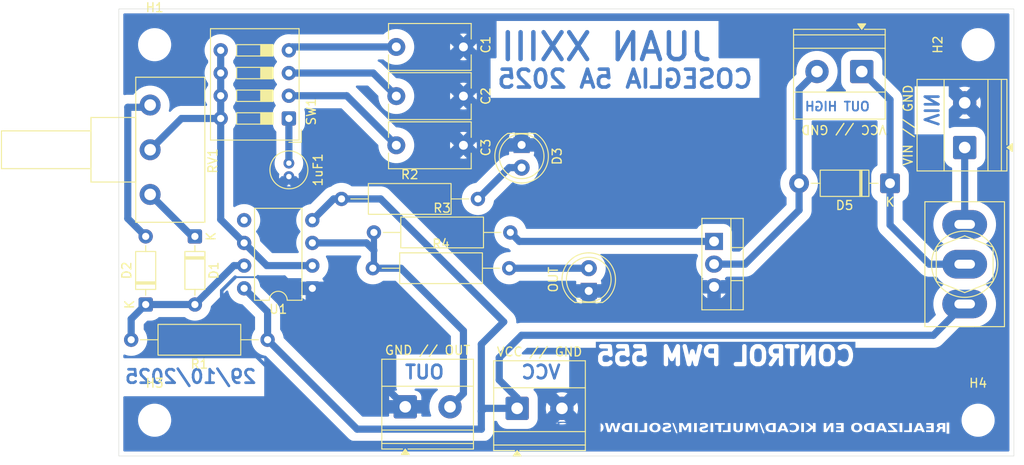
<source format=kicad_pcb>
(kicad_pcb (version 20241229) (generator "pcbnew") (generator_version "9.0")
  (layers (0 "F.Cu" signal) (2 "B.Cu" signal) (13 "F.Paste" user) (15 "B.Paste" user) (5 "F.SilkS" user "F.Silkscreen") (7 "B.SilkS" user "B.Silkscreen") (1 "F.Mask" user) (3 "B.Mask" user) (25 "Edge.Cuts" user))
  (net 0 "")
  (net 1 "Net-(1uF1-Pad1)")
  (net 2 "GND")
  (net 3 "Net-(C1-Pad1)")
  (net 4 "Net-(C2-Pad1)")
  (net 5 "Net-(C3-Pad1)")
  (net 6 "Net-(D1-A)")
  (net 7 "Net-(D1-K)")
  (net 8 "Net-(D2-A)")
  (net 9 "Net-(D3-A)")
  (net 10 "+5V")
  (net 11 "Net-(U1-THR)")
  (net 13 "Net-(D4-A)")
  (net 14 "Net-(D5-K)")
  (net 15 "Net-(D5-A)")
  (net 16 "Net-(J4-Pin_1)")
  (net 17 "Net-(Q1-B)")
  (net 18 "Net-(J3-Pin_2)")
  (footprint "TerminalBlock_Phoenix:TerminalBlock_Phoenix_MKDS-1,5-2_1x02_P5.00mm_Horizontal" (layer "F.Cu") (at 218 95.5 90)
    (property "Reference" "VIN // GND" (at 2.5 -6.32 90) (layer "F.SilkS"))
    (property "Value" "VIN")
    (fp_line (start 7.62 -5.32) (end 7.62 4.72) (stroke (width 0.12)) (layer "F.SilkS"))
    (fp_line (start -2.62 -5.32) (end 7.62 -5.32) (stroke (width 0.12)) (layer "F.SilkS"))
    (fp_line (start -2.62 -2.3) (end 7.62 -2.3) (stroke (width 0.12)) (layer "F.SilkS"))
    (fp_line (start -2.62 2.6) (end 7.62 2.6) (stroke (width 0.12)) (layer "F.SilkS"))
    (fp_line (start -2.62 4.1) (end 7.62 4.1) (stroke (width 0.12)) (layer "F.SilkS"))
    (fp_line (start 7.62 4.72) (end 0.3 4.72) (stroke (width 0.12)) (layer "F.SilkS"))
    (fp_line (start -0.3 4.72) (end -2.62 4.72) (stroke (width 0.12)) (layer "F.SilkS"))
    (fp_line (start -2.62 4.72) (end -2.62 -5.32) (stroke (width 0.12)) (layer "F.SilkS"))
    (fp_poly (pts (xy 0 4.72) (xy 0.44 5.33) (xy -0.44 5.33)) (stroke (width 0.12)) (fill yes) (layer "F.SilkS"))
    (pad "1" thru_hole roundrect (at 0 0 90) (size 2.6 2.6) (drill 1.3) (layers "*.Cu" "*.Mask") (roundrect_rratio 0.096154) (net 16 "Net-(J4-Pin_1)"))
    (pad "2" thru_hole circle (at 5 0 90) (size 2.6 2.6) (drill 1.3) (layers "*.Cu" "*.Mask") (net 2 "GND"))
  )
  (footprint "Capacitor_THT:C_Disc_D9.0mm_W5.0mm_P7.50mm" (layer "F.Cu") (at 154.5 95.25)
    (property "Reference" "C3" (at 10 0.25 90) (layer "F.SilkS"))
    (property "Value" "100n")
    (fp_line (start -0.87 -2.62) (end 8.37 -2.62) (stroke (width 0.12)) (layer "F.SilkS"))
    (fp_line (start -0.87 -0.884) (end -0.87 -2.62) (stroke (width 0.12)) (layer "F.SilkS"))
    (fp_line (start -0.87 2.62) (end -0.87 0.884) (stroke (width 0.12)) (layer "F.SilkS"))
    (fp_line (start 8.37 -2.62) (end 8.37 -0.884) (stroke (width 0.12)) (layer "F.SilkS"))
    (fp_line (start 8.37 0.884) (end 8.37 2.62) (stroke (width 0.12)) (layer "F.SilkS"))
    (fp_line (start 8.37 2.62) (end -0.87 2.62) (stroke (width 0.12)) (layer "F.SilkS"))
    (pad "1" thru_hole circle (at 0 0) (size 2 2) (drill 1) (layers "*.Cu" "*.Mask") (net 5 "Net-(C3-Pad1)"))
    (pad "2" thru_hole circle (at 7.5 0) (size 2 2) (drill 1) (layers "*.Cu" "*.Mask") (net 2 "GND"))
  )
  (footprint "TerminalBlock_Phoenix:TerminalBlock_Phoenix_MKDS-1,5-2_1x02_P5.00mm_Horizontal" (layer "F.Cu") (at 206.5 87 180)
    (property "Reference" "VCC // GND" (at 2 -6.5 180) (layer "F.SilkS"))
    (property "Value" "OUT DARLINGTONG")
    (fp_line (start 7.62 4.72) (end 0.3 4.72) (stroke (width 0.12)) (layer "F.SilkS"))
    (fp_line (start 7.62 -5.32) (end 7.62 4.72) (stroke (width 0.12)) (layer "F.SilkS"))
    (fp_line (start -0.3 4.72) (end -2.62 4.72) (stroke (width 0.12)) (layer "F.SilkS"))
    (fp_line (start -2.62 4.72) (end -2.62 -5.32) (stroke (width 0.12)) (layer "F.SilkS"))
    (fp_line (start -2.62 4.1) (end 7.62 4.1) (stroke (width 0.12)) (layer "F.SilkS"))
    (fp_line (start -2.62 2.6) (end 7.62 2.6) (stroke (width 0.12)) (layer "F.SilkS"))
    (fp_line (start -2.62 -2.3) (end 7.62 -2.3) (stroke (width 0.12)) (layer "F.SilkS"))
    (fp_line (start -2.62 -5.32) (end 7.62 -5.32) (stroke (width 0.12)) (layer "F.SilkS"))
    (fp_poly (pts (xy 0 4.72) (xy 0.44 5.33) (xy -0.44 5.33)) (stroke (width 0.12)) (fill yes) (layer "F.SilkS"))
    (pad "1" thru_hole roundrect (at 0 0 180) (size 2.6 2.6) (drill 1.3) (layers "*.Cu" "*.Mask") (roundrect_rratio 0.096154) (net 14 "Net-(D5-K)"))
    (pad "2" thru_hole circle (at 5 0 180) (size 2.6 2.6) (drill 1.3) (layers "*.Cu" "*.Mask") (net 15 "Net-(D5-A)"))
  )
  (footprint "Diode_THT:D_DO-35_SOD27_P7.62mm_Horizontal" (layer "F.Cu") (at 126.5 113.06 90)
    (property "Reference" "D2" (at 3.81 -2.12 90) (layer "F.SilkS"))
    (property "Value" "1N4148")
    (fp_line (start 2.53 -1.12) (end 2.53 1.12) (stroke (width 0.12)) (layer "F.SilkS"))
    (fp_line (start 2.41 -1.12) (end 2.41 1.12) (stroke (width 0.12)) (layer "F.SilkS"))
    (fp_line (start 2.29 -1.12) (end 2.29 1.12) (stroke (width 0.12)) (layer "F.SilkS"))
    (fp_line (start 6.58 0) (end 5.93 0) (stroke (width 0.12)) (layer "F.SilkS"))
    (fp_line (start 1.04 0) (end 1.69 0) (stroke (width 0.12)) (layer "F.SilkS"))
    (fp_rect (start 1.69 -1.12) (end 5.93 1.12) (stroke (width 0.12)) (fill no) (layer "F.SilkS"))
    (fp_text user "K" (at 0 -1.8 90) (layer "F.SilkS"))
    (pad "1" thru_hole roundrect (at 0 0 90) (size 1.6 1.6) (drill 0.8) (layers "*.Cu" "*.Mask") (roundrect_rratio 0.15625) (net 6 "Net-(D1-A)"))
    (pad "2" thru_hole circle (at 7.62 0 90) (size 1.6 1.6) (drill 0.8) (layers "*.Cu" "*.Mask") (net 8 "Net-(D2-A)"))
  )
  (footprint "MountingHole:MountingHole_3.2mm_M3" (layer "F.Cu") (at 127.5 126)
    (property "Reference" "H3" (at 0 -4.15 0) (layer "F.SilkS"))
    (property "Value" "MountingHole")
    (pad "" np_thru_hole circle (at 0 0) (size 3.2 3.2) (drill 3.2) (layers "*.Cu" "*.Mask"))
  )
  (footprint "Diode_THT:D_DO-35_SOD27_P7.62mm_Horizontal" (layer "F.Cu") (at 132 105.44 -90)
    (property "Reference" "D1" (at 3.81 -2.12 90) (layer "F.SilkS"))
    (property "Value" "1N4148")
    (fp_line (start 1.04 0) (end 1.69 0) (stroke (width 0.12)) (layer "F.SilkS"))
    (fp_line (start 6.58 0) (end 5.93 0) (stroke (width 0.12)) (layer "F.SilkS"))
    (fp_line (start 2.29 -1.12) (end 2.29 1.12) (stroke (width 0.12)) (layer "F.SilkS"))
    (fp_line (start 2.41 -1.12) (end 2.41 1.12) (stroke (width 0.12)) (layer "F.SilkS"))
    (fp_line (start 2.53 -1.12) (end 2.53 1.12) (stroke (width 0.12)) (layer "F.SilkS"))
    (fp_rect (start 1.69 -1.12) (end 5.93 1.12) (stroke (width 0.12)) (fill no) (layer "F.SilkS"))
    (fp_text user "K" (at 0 -1.8 90) (layer "F.SilkS"))
    (pad "1" thru_hole roundrect (at 0 0 270) (size 1.6 1.6) (drill 0.8) (layers "*.Cu" "*.Mask") (roundrect_rratio 0.15625) (net 7 "Net-(D1-K)"))
    (pad "2" thru_hole circle (at 7.62 0 270) (size 1.6 1.6) (drill 0.8) (layers "*.Cu" "*.Mask") (net 6 "Net-(D1-A)"))
  )
  (footprint "MountingHole:MountingHole_3.2mm_M3" (layer "F.Cu") (at 219.5 126)
    (property "Reference" "H4" (at 0 -4.15 0) (layer "F.SilkS"))
    (property "Value" "MountingHole")
    (pad "" np_thru_hole circle (at 0 0) (size 3.2 3.2) (drill 3.2) (layers "*.Cu" "*.Mask"))
  )
  (footprint "Button_Switch_THT:SW_Toggle_Blue_wSlots" (layer "F.Cu") (at 218 108.55 90)
    (property "Reference" "SW2" (hide yes))
    (property "Value" "SW_SPDT")
    (fp_line (start 6.985 -4.445) (end 6.985 4.445) (stroke (width 0.12)) (layer "F.SilkS"))
    (fp_line (start -6.985 -4.445) (end 6.985 -4.445) (stroke (width 0.12)) (layer "F.SilkS"))
    (fp_line (start 1.905 -3.175) (end 3.175 0) (stroke (width 0.12)) (layer "F.SilkS"))
    (fp_line (start -1.905 -3.175) (end 1.905 -3.175) (stroke (width 0.12)) (layer "F.SilkS"))
    (fp_line (start 3.175 0) (end 1.905 3.175) (stroke (width 0.12)) (layer "F.SilkS"))
    (fp_line (start -3.175 0) (end -1.905 -3.175) (stroke (width 0.12)) (layer "F.SilkS"))
    (fp_line (start 1.905 3.175) (end -1.905 3.175) (stroke (width 0.12)) (layer "F.SilkS"))
    (fp_line (start -1.905 3.175) (end -3.175 0) (stroke (width 0.12)) (layer "F.SilkS"))
    (fp_line (start 6.985 4.445) (end -6.985 4.445) (stroke (width 0.12)) (layer "F.SilkS"))
    (fp_line (start -6.985 4.445) (end -6.985 -4.445) (stroke (width 0.12)) (layer "F.SilkS"))
    (fp_circle (center 0 0) (end 1.905 3.175) (stroke (width 0.12)) (fill no) (layer "F.SilkS"))
    (pad "1" thru_hole oval (at -4.45 0 90) (size 3.2 5) (drill oval 1 2.3) (layers "*.Cu") (net 10 "+5V"))
    (pad "2" thru_hole oval (at 0 0 90) (size 3.2 5) (drill oval 1 2.3) (layers "*.Cu") (net 14 "Net-(D5-K)"))
    (pad "3" thru_hole oval (at 4.45 0 90) (size 3.2 5) (drill oval 1 2.3) (layers "*.Cu") (net 16 "Net-(J4-Pin_1)"))
  )
  (footprint "Resistor_THT:R_Axial_DIN0309_L9.0mm_D3.2mm_P15.24mm_Horizontal" (layer "F.Cu") (at 148.38 101.25)
    (property "Reference" "R2" (at 7.62 -2.72 0) (layer "F.SilkS"))
    (property "Value" "220")
    (fp_line (start 1.04 0) (end 3 0) (stroke (width 0.12)) (layer "F.SilkS"))
    (fp_line (start 14.2 0) (end 12.24 0) (stroke (width 0.12)) (layer "F.SilkS"))
    (fp_rect (start 3 -1.72) (end 12.24 1.72) (stroke (width 0.12)) (fill no) (layer "F.SilkS"))
    (pad "1" thru_hole circle (at 0 0) (size 1.6 1.6) (drill 0.8) (layers "*.Cu" "*.Mask") (net 10 "+5V"))
    (pad "2" thru_hole circle (at 15.24 0) (size 1.6 1.6) (drill 0.8) (layers "*.Cu" "*.Mask") (net 9 "Net-(D3-A)"))
  )
  (footprint "MountingHole:MountingHole_3.2mm_M3" (layer "F.Cu") (at 219.5 84)
    (property "Reference" "H2" (at -4.5 0 90) (layer "F.SilkS"))
    (property "Value" "MountingHole")
    (pad "" np_thru_hole circle (at 0 0) (size 3.2 3.2) (drill 3.2) (layers "*.Cu" "*.Mask"))
  )
  (footprint "Button_Switch_THT:SW_DIP_SPSTx04_Slide_9.78x12.34mm_W7.62mm_P2.54mm" (layer "F.Cu") (at 142.5 92.25 180)
    (property "Reference" "SW1" (at -2.5 0.75 90) (layer "F.SilkS"))
    (property "Value" "SW_DIP_x04")
    (fp_line (start 8.76 -2.42) (end 8.76 10.04) (stroke (width 0.12)) (layer "F.SilkS"))
    (fp_line (start 3.133333 6.985) (end 3.133333 8.255) (stroke (width 0.12)) (layer "F.SilkS"))
    (fp_line (start 3.133333 4.445) (end 3.133333 5.715) (stroke (width 0.12)) (layer "F.SilkS"))
    (fp_line (start 3.133333 1.905) (end 3.133333 3.175) (stroke (width 0.12)) (layer "F.SilkS"))
    (fp_line (start 3.133333 -0.635) (end 3.133333 0.635) (stroke (width 0.12)) (layer "F.SilkS"))
    (fp_line (start -1.14 10.04) (end 8.76 10.04) (stroke (width 0.12)) (layer "F.SilkS"))
    (fp_line (start -1.14 -2.42) (end 8.76 -2.42) (stroke (width 0.12)) (layer "F.SilkS"))
    (fp_line (start -1.14 -2.42) (end -1.14 10.04) (stroke (width 0.12)) (layer "F.SilkS"))
    (fp_line (start -1.38 -2.66) (end 0.003 -2.66) (stroke (width 0.12)) (layer "F.SilkS"))
    (fp_line (start -1.38 -2.66) (end -1.38 -1.277) (stroke (width 0.12)) (layer "F.SilkS"))
    (fp_rect (start 1.78 6.985) (end 5.84 8.255) (stroke (width 0.12)) (fill no) (layer "F.SilkS"))
    (fp_rect (start 1.78 6.985) (end 3.133333 8.255) (stroke (width 0.12)) (fill yes) (layer "F.SilkS"))
    (fp_rect (start 1.78 4.445) (end 5.84 5.715) (stroke (width 0.12)) (fill no) (layer "F.SilkS"))
    (fp_rect (start 1.78 4.445) (end 3.133333 5.715) (stroke (width 0.12)) (fill yes) (layer "F.SilkS"))
    (fp_rect (start 1.78 1.905) (end 5.84 3.175) (stroke (width 0.12)) (fill no) (layer "F.SilkS"))
    (fp_rect (start 1.78 1.905) (end 3.133333 3.175) (stroke (width 0.12)) (fill yes) (layer "F.SilkS"))
    (fp_rect (start 1.78 -0.635) (end 5.84 0.635) (stroke (width 0.12)) (fill no) (layer "F.SilkS"))
    (fp_rect (start 1.78 -0.635) (end 3.133333 0.635) (stroke (width 0.12)) (fill yes) (layer "F.SilkS"))
    (pad "1" thru_hole roundrect (at 0 0 180) (size 1.6 1.6) (drill 0.8) (layers "*.Cu" "*.Mask") (roundrect_rratio 0.15625) (net 1 "Net-(1uF1-Pad1)"))
    (pad "2" thru_hole circle (at 0 2.54 180) (size 1.6 1.6) (drill 0.8) (layers "*.Cu" "*.Mask") (net 5 "Net-(C3-Pad1)"))
    (pad "3" thru_hole circle (at 0 5.08 180) (size 1.6 1.6) (drill 0.8) (layers "*.Cu" "*.Mask") (net 4 "Net-(C2-Pad1)"))
    (pad "4" thru_hole circle (at 0 7.62 180) (size 1.6 1.6) (drill 0.8) (layers "*.Cu" "*.Mask") (net 3 "Net-(C1-Pad1)"))
    (pad "5" thru_hole circle (at 7.62 7.62 180) (size 1.6 1.6) (drill 0.8) (layers "*.Cu" "*.Mask") (net 11 "Net-(U1-THR)"))
    (pad "6" thru_hole circle (at 7.62 5.08 180) (size 1.6 1.6) (drill 0.8) (layers "*.Cu" "*.Mask") (net 11 "Net-(U1-THR)"))
    (pad "7" thru_hole circle (at 7.62 2.54 180) (size 1.6 1.6) (drill 0.8) (layers "*.Cu" "*.Mask") (net 11 "Net-(U1-THR)"))
    (pad "8" thru_hole circle (at 7.62 0 180) (size 1.6 1.6) (drill 0.8) (layers "*.Cu" "*.Mask") (net 11 "Net-(U1-THR)"))
  )
  (footprint "Resistor_THT:R_Axial_DIN0309_L9.0mm_D3.2mm_P15.24mm_Horizontal" (layer "F.Cu") (at 140.12 117 180)
    (property "Reference" "R1" (at 7.62 -2.72 0) (layer "F.SilkS"))
    (property "Value" "1K")
    (fp_line (start 14.2 0) (end 12.24 0) (stroke (width 0.12)) (layer "F.SilkS"))
    (fp_line (start 1.04 0) (end 3 0) (stroke (width 0.12)) (layer "F.SilkS"))
    (fp_rect (start 3 -1.72) (end 12.24 1.72) (stroke (width 0.12)) (fill no) (layer "F.SilkS"))
    (pad "1" thru_hole circle (at 0 0 180) (size 1.6 1.6) (drill 0.8) (layers "*.Cu" "*.Mask") (net 10 "+5V"))
    (pad "2" thru_hole circle (at 15.24 0 180) (size 1.6 1.6) (drill 0.8) (layers "*.Cu" "*.Mask") (net 6 "Net-(D1-A)"))
  )
  (footprint "TerminalBlock_Phoenix:TerminalBlock_Phoenix_MKDS-1,5-2_1x02_P5.00mm_Horizontal" (layer "F.Cu") (at 155.5 124.5)
    (property "Reference" "GND // OUT" (at 2.5 -6.32 0) (layer "F.SilkS"))
    (property "Value" "OUT" (hide yes))
    (fp_line (start -2.62 -5.32) (end 7.62 -5.32) (stroke (width 0.12)) (layer "F.SilkS"))
    (fp_line (start -2.62 -2.3) (end 7.62 -2.3) (stroke (width 0.12)) (layer "F.SilkS"))
    (fp_line (start -2.62 2.6) (end 7.62 2.6) (stroke (width 0.12)) (layer "F.SilkS"))
    (fp_line (start -2.62 4.1) (end 7.62 4.1) (stroke (width 0.12)) (layer "F.SilkS"))
    (fp_line (start -2.62 4.72) (end -2.62 -5.32) (stroke (width 0.12)) (layer "F.SilkS"))
    (fp_line (start -0.3 4.72) (end -2.62 4.72) (stroke (width 0.12)) (layer "F.SilkS"))
    (fp_line (start 7.62 -5.32) (end 7.62 4.72) (stroke (width 0.12)) (layer "F.SilkS"))
    (fp_line (start 7.62 4.72) (end 0.3 4.72) (stroke (width 0.12)) (layer "F.SilkS"))
    (fp_poly (pts (xy 0 4.72) (xy 0.44 5.33) (xy -0.44 5.33)) (stroke (width 0.12)) (fill yes) (layer "F.SilkS"))
    (pad "1" thru_hole roundrect (at 0 0) (size 2.6 2.6) (drill 1.3) (layers "*.Cu" "*.Mask") (roundrect_rratio 0.096154) (net 2 "GND"))
    (pad "2" thru_hole circle (at 5 0) (size 2.6 2.6) (drill 1.3) (layers "*.Cu" "*.Mask") (net 18 "Net-(J3-Pin_2)"))
  )
  (footprint "Package_DIP:DIP-8_W7.62mm" (layer "F.Cu") (at 145.12 111.25 180)
    (property "Reference" "U1" (at 3.81 -2.33 0) (layer "F.SilkS"))
    (property "Value" "NE555P")
    (fp_line (start 6.46 8.95) (end 6.46 -1.33) (stroke (width 0.12)) (layer "F.SilkS"))
    (fp_line (start 6.46 -1.33) (end 4.81 -1.33) (stroke (width 0.12)) (layer "F.SilkS"))
    (fp_line (start 2.81 -1.33) (end 1.16 -1.33) (stroke (width 0.12)) (layer "F.SilkS"))
    (fp_line (start 1.16 8.95) (end 6.46 8.95) (stroke (width 0.12)) (layer "F.SilkS"))
    (fp_line (start 1.16 -1.33) (end 1.16 8.95) (stroke (width 0.12)) (layer "F.SilkS"))
    (fp_arc (start 4.81 -1.33) (mid 3.81 -0.33) (end 2.81 -1.33) (stroke (width 0.12)) (layer "F.SilkS"))
    (pad "1" thru_hole roundrect (at 0 0 180) (size 1.6 1.6) (drill 0.8) (layers "*.Cu" "*.Mask") (roundrect_rratio 0.15625) (net 2 "GND"))
    (pad "2" thru_hole circle (at 0 2.54 180) (size 1.6 1.6) (drill 0.8) (layers "*.Cu" "*.Mask") (net 11 "Net-(U1-THR)"))
    (pad "3" thru_hole circle (at 0 5.08 180) (size 1.6 1.6) (drill 0.8) (layers "*.Cu" "*.Mask") (net 18 "Net-(J3-Pin_2)"))
    (pad "4" thru_hole circle (at 0 7.62 180) (size 1.6 1.6) (drill 0.8) (layers "*.Cu" "*.Mask") (net 10 "+5V"))
    (pad "5" thru_hole circle (at 7.62 7.62 180) (size 1.6 1.6) (drill 0.8) (layers "*.Cu" "*.Mask"))
    (pad "6" thru_hole circle (at 7.62 5.08 180) (size 1.6 1.6) (drill 0.8) (layers "*.Cu" "*.Mask") (net 11 "Net-(U1-THR)"))
    (pad "7" thru_hole circle (at 7.62 2.54 180) (size 1.6 1.6) (drill 0.8) (layers "*.Cu" "*.Mask") (net 6 "Net-(D1-A)"))
    (pad "8" thru_hole circle (at 7.62 0 180) (size 1.6 1.6) (drill 0.8) (layers "*.Cu" "*.Mask") (net 10 "+5V"))
  )
  (footprint "Capacitor_THT:C_Disc_D9.0mm_W5.0mm_P7.50mm" (layer "F.Cu") (at 154.5 89.75)
    (property "Reference" "C2" (at 10 0 90) (layer "F.SilkS"))
    (property "Value" "10nF")
    (fp_line (start -0.87 -2.62) (end 8.37 -2.62) (stroke (width 0.12)) (layer "F.SilkS"))
    (fp_line (start -0.87 -0.884) (end -0.87 -2.62) (stroke (width 0.12)) (layer "F.SilkS"))
    (fp_line (start -0.87 2.62) (end -0.87 0.884) (stroke (width 0.12)) (layer "F.SilkS"))
    (fp_line (start 8.37 -2.62) (end 8.37 -0.884) (stroke (width 0.12)) (layer "F.SilkS"))
    (fp_line (start 8.37 0.884) (end 8.37 2.62) (stroke (width 0.12)) (layer "F.SilkS"))
    (fp_line (start 8.37 2.62) (end -0.87 2.62) (stroke (width 0.12)) (layer "F.SilkS"))
    (pad "1" thru_hole circle (at 0 0) (size 2 2) (drill 1) (layers "*.Cu" "*.Mask") (net 4 "Net-(C2-Pad1)"))
    (pad "2" thru_hole circle (at 7.5 0) (size 2 2) (drill 1) (layers "*.Cu" "*.Mask") (net 2 "GND"))
  )
  (footprint "MountingHole:MountingHole_3.2mm_M3" (layer "F.Cu") (at 127.5 84)
    (property "Reference" "H1" (at 0 -4.15 0) (layer "F.SilkS"))
    (property "Value" "MountingHole")
    (pad "" np_thru_hole circle (at 0 0) (size 3.2 3.2) (drill 3.2) (layers "*.Cu" "*.Mask"))
  )
  (footprint "Resistor_THT:R_Axial_DIN0309_L9.0mm_D3.2mm_P15.24mm_Horizontal" (layer "F.Cu") (at 151.88 109)
    (property "Reference" "R4" (at 7.62 -2.72 0) (layer "F.SilkS"))
    (property "Value" "220")
    (fp_line (start 1.04 0) (end 3 0) (stroke (width 0.12)) (layer "F.SilkS"))
    (fp_line (start 14.2 0) (end 12.24 0) (stroke (width 0.12)) (layer "F.SilkS"))
    (fp_rect (start 3 -1.72) (end 12.24 1.72) (stroke (width 0.12)) (fill no) (layer "F.SilkS"))
    (pad "1" thru_hole circle (at 0 0) (size 1.6 1.6) (drill 0.8) (layers "*.Cu" "*.Mask") (net 18 "Net-(J3-Pin_2)"))
    (pad "2" thru_hole circle (at 15.24 0) (size 1.6 1.6) (drill 0.8) (layers "*.Cu" "*.Mask") (net 13 "Net-(D4-A)"))
  )
  (footprint "Capacitor_THT:C_Radial_D4.0mm_H7.0mm_P1.50mm" (layer "F.Cu") (at 142.5 97.25 -90)
    (property "Reference" "1uF1" (at 0.75 -3.25 90) (layer "F.SilkS"))
    (property "Value" "C4")
    (fp_circle (center 0.75 0) (end 2.87 0) (stroke (width 0.12)) (fill no) (layer "F.SilkS"))
    (pad "1" thru_hole circle (at 0 0 270) (size 1.2 1.2) (drill 0.6) (layers "*.Cu" "*.Mask") (net 1 "Net-(1uF1-Pad1)"))
    (pad "2" thru_hole circle (at 1.5 0 270) (size 1.2 1.2) (drill 0.6) (layers "*.Cu" "*.Mask") (net 2 "GND"))
  )
  (footprint "Package_TO_SOT_THT:TO-220-3_Vertical" (layer "F.Cu") (at 190 106 -90)
    (property "Reference" "Q1" (hide yes))
    (property "Value" "TIP122")
    (fp_line (start -2.57 1.36) (end -2.57 -3.26) (stroke (width 0.12)) (layer "F.SilkS"))
    (fp_line (start 7.65 1.36) (end -2.57 1.36) (stroke (width 0.12)) (layer "F.SilkS"))
    (fp_line (start -2.57 -1.88) (end 7.65 -1.88) (stroke (width 0.12)) (layer "F.SilkS"))
    (fp_line (start -2.57 -3.26) (end 7.65 -3.26) (stroke (width 0.12)) (layer "F.SilkS"))
    (fp_line (start 0.69 -3.26) (end 0.69 -1.88) (stroke (width 0.12)) (layer "F.SilkS"))
    (fp_line (start 4.39 -3.26) (end 4.39 -1.88) (stroke (width 0.12)) (layer "F.SilkS"))
    (fp_line (start 7.65 -3.26) (end 7.65 1.36) (stroke (width 0.12)) (layer "F.SilkS"))
    (pad "1" thru_hole rect (at 0 0 270) (size 1.905 2) (drill 1.1) (layers "*.Cu" "*.Mask") (net 17 "Net-(Q1-B)"))
    (pad "2" thru_hole oval (at 2.54 0 270) (size 1.905 2) (drill 1.1) (layers "*.Cu" "*.Mask") (net 15 "Net-(D5-A)"))
    (pad "3" thru_hole oval (at 5.08 0 270) (size 1.905 2) (drill 1.1) (layers "*.Cu" "*.Mask") (net 2 "GND"))
  )
  (footprint "Potentiometer_THT:Potentiometer_Piher_T-16H_Single_Horizontal" (layer "F.Cu") (at 127 90.75 180)
    (property "Reference" "RV1" (at -7 -6.25 270) (layer "F.SilkS"))
    (property "Value" "50K")
    (fp_line (start 16.61 -2.89) (end 6.61 -2.89) (stroke (width 0.12)) (layer "F.SilkS"))
    (fp_line (start 16.61 -7.11) (end 16.61 -2.89) (stroke (width 0.12)) (layer "F.SilkS"))
    (fp_line (start 6.61 -1.39) (end 1.61 -1.39) (stroke (width 0.12)) (layer "F.SilkS"))
    (fp_line (start 6.61 -2.89) (end 6.61 -7.11) (stroke (width 0.12)) (layer "F.SilkS"))
    (fp_line (start 6.61 -7.11) (end 16.61 -7.11) (stroke (width 0.12)) (layer "F.SilkS"))
    (fp_line (start 6.61 -8.61) (end 6.61 -1.39) (stroke (width 0.12)) (layer "F.SilkS"))
    (fp_line (start 1.61 3.11) (end -6.11 3.11) (stroke (width 0.12)) (layer "F.SilkS"))
    (fp_line (start 1.61 -1.39) (end 1.61 -8.61) (stroke (width 0.12)) (layer "F.SilkS"))
    (fp_line (start 1.61 -8.61) (end 6.61 -8.61) (stroke (width 0.12)) (layer "F.SilkS"))
    (fp_line (start 1.61 -13.11) (end 1.61 3.11) (stroke (width 0.12)) (layer "F.SilkS"))
    (fp_line (start -6.11 3.11) (end -6.11 -13.11) (stroke (width 0.12)) (layer "F.SilkS"))
    (fp_line (start -6.11 -13.11) (end 1.61 -13.11) (stroke (width 0.12)) (layer "F.SilkS"))
    (pad "1" thru_hole circle (at 0 0 180) (size 2.34 2.34) (drill 1.3) (layers "*.Cu" "*.Mask") (net 8 "Net-(D2-A)"))
    (pad "2" thru_hole circle (at 0 -5 180) (size 2.34 2.34) (drill 1.3) (layers "*.Cu" "*.Mask") (net 11 "Net-(U1-THR)"))
    (pad "3" thru_hole circle (at 0 -10 180) (size 2.34 2.34) (drill 1.3) (layers "*.Cu" "*.Mask") (net 7 "Net-(D1-K)"))
  )
  (footprint "Diode_THT:D_DO-41_SOD81_P10.16mm_Horizontal" (layer "F.Cu") (at 209.66 99.5 180)
    (property "Reference" "D5" (at 5.08 -2.47 0) (layer "F.SilkS"))
    (property "Value" "1N4007")
    (fp_line (start 8.82 0) (end 7.8 0) (stroke (width 0.12)) (layer "F.SilkS"))
    (fp_line (start 3.38 -1.47) (end 3.38 1.47) (stroke (width 0.12)) (layer "F.SilkS"))
    (fp_line (start 3.26 -1.47) (end 3.26 1.47) (stroke (width 0.12)) (layer "F.SilkS"))
    (fp_line (start 3.14 -1.47) (end 3.14 1.47) (stroke (width 0.12)) (layer "F.SilkS"))
    (fp_line (start 1.34 0) (end 2.36 0) (stroke (width 0.12)) (layer "F.SilkS"))
    (fp_rect (start 2.36 -1.47) (end 7.8 1.47) (stroke (width 0.12)) (fill no) (layer "F.SilkS"))
    (fp_text user "K" (at 0 -2.1 0) (layer "F.SilkS"))
    (pad "1" thru_hole roundrect (at 0 0 180) (size 2.2 2.2) (drill 1.1) (layers "*.Cu" "*.Mask") (roundrect_rratio 0.113636) (net 14 "Net-(D5-K)"))
    (pad "2" thru_hole circle (at 10.16 0 180) (size 2.2 2.2) (drill 1.1) (layers "*.Cu" "*.Mask") (net 15 "Net-(D5-A)"))
  )
  (footprint "LED_THT:LED_D5.0mm" (layer "F.Cu") (at 168.5 95.21 -90)
    (property "Reference" "D3" (at 1.27 -3.96 90) (layer "F.SilkS"))
    (property "Value" "LED")
    (fp_line (start -1.29 -1.545) (end -1.29 1.545) (stroke (width 0.12)) (layer "F.SilkS"))
    (fp_arc (start 4.26 0) (mid 2.071779 2.880495) (end -1.29 1.54483) (stroke (width 0.12)) (layer "F.SilkS"))
    (fp_arc (start -1.29 -1.54483) (mid 2.071779 -2.880495) (end 4.26 0) (stroke (width 0.12)) (layer "F.SilkS"))
    (fp_circle (center 1.27 0) (end 3.77 0) (stroke (width 0.12)) (fill no) (layer "F.SilkS"))
    (pad "1" thru_hole rect (at 0 0 270) (size 1.8 1.8) (drill 0.9) (layers "*.Cu" "*.Mask") (net 2 "GND"))
    (pad "2" thru_hole circle (at 2.54 0 270) (size 1.8 1.8) (drill 0.9) (layers "*.Cu" "*.Mask") (net 9 "Net-(D3-A)"))
  )
  (footprint "Capacitor_THT:C_Disc_D9.0mm_W5.0mm_P7.50mm" (layer "F.Cu") (at 154.5 84.25)
    (property "Reference" "C1" (at 10 -0.25 90) (layer "F.SilkS"))
    (property "Value" "1nF")
    (fp_line (start -0.87 -2.62) (end 8.37 -2.62) (stroke (width 0.12)) (layer "F.SilkS"))
    (fp_line (start -0.87 -0.884) (end -0.87 -2.62) (stroke (width 0.12)) (layer "F.SilkS"))
    (fp_line (start -0.87 2.62) (end -0.87 0.884) (stroke (width 0.12)) (layer "F.SilkS"))
    (fp_line (start 8.37 -2.62) (end 8.37 -0.884) (stroke (width 0.12)) (layer "F.SilkS"))
    (fp_line (start 8.37 0.884) (end 8.37 2.62) (stroke (width 0.12)) (layer "F.SilkS"))
    (fp_line (start 8.37 2.62) (end -0.87 2.62) (stroke (width 0.12)) (layer "F.SilkS"))
    (pad "1" thru_hole circle (at 0 0) (size 2 2) (drill 1) (layers "*.Cu" "*.Mask") (net 3 "Net-(C1-Pad1)"))
    (pad "2" thru_hole circle (at 7.5 0) (size 2 2) (drill 1) (layers "*.Cu" "*.Mask") (net 2 "GND"))
  )
  (footprint "Resistor_THT:R_Axial_DIN0309_L9.0mm_D3.2mm_P15.24mm_Horizontal" (layer "F.Cu") (at 152 105)
    (property "Reference" "R3" (at 7.62 -2.72 0) (layer "F.SilkS"))
    (property "Value" "1K")
    (fp_line (start 1.04 0) (end 3 0) (stroke (width 0.12)) (layer "F.SilkS"))
    (fp_line (start 14.2 0) (end 12.24 0) (stroke (width 0.12)) (layer "F.SilkS"))
    (fp_rect (start 3 -1.72) (end 12.24 1.72) (stroke (width 0.12)) (fill no) (layer "F.SilkS"))
    (pad "1" thru_hole circle (at 0 0) (size 1.6 1.6) (drill 0.8) (layers "*.Cu" "*.Mask") (net 18 "Net-(J3-Pin_2)"))
    (pad "2" thru_hole circle (at 15.24 0) (size 1.6 1.6) (drill 0.8) (layers "*.Cu" "*.Mask") (net 17 "Net-(Q1-B)"))
  )
  (footprint "LED_THT:LED_D5.0mm" (layer "F.Cu") (at 176 111.54 90)
    (property "Reference" "OUT" (at 1.27 -3.96 90) (layer "F.SilkS"))
    (property "Value" "LED")
    (fp_line (start -1.29 -1.545) (end -1.29 1.545) (stroke (width 0.12)) (layer "F.SilkS"))
    (fp_arc (start -1.29 -1.54483) (mid 2.071779 -2.880495) (end 4.26 0) (stroke (width 0.12)) (layer "F.SilkS"))
    (fp_arc (start 4.26 0) (mid 2.071779 2.880495) (end -1.29 1.54483) (stroke (width 0.12)) (layer "F.SilkS"))
    (fp_circle (center 1.27 0) (end 3.77 0) (stroke (width 0.12)) (fill no) (layer "F.SilkS"))
    (pad "1" thru_hole rect (at 0 0 90) (size 1.8 1.8) (drill 0.9) (layers "*.Cu" "*.Mask") (net 2 "GND"))
    (pad "2" thru_hole circle (at 2.54 0 90) (size 1.8 1.8) (drill 0.9) (layers "*.Cu" "*.Mask") (net 13 "Net-(D4-A)"))
  )
  (footprint "TerminalBlock_Phoenix:TerminalBlock_Phoenix_MKDS-1,5-2_1x02_P5.00mm_Horizontal" (layer "F.Cu") (at 168 124.6725)
    (property "Reference" "VCC // GND" (at 2.5 -6.32 0) (layer "F.SilkS"))
    (property "Value" "VCC--GND")
    (fp_line (start -2.62 -5.32) (end 7.62 -5.32) (stroke (width 0.12)) (layer "F.SilkS"))
    (fp_line (start -2.62 -2.3) (end 7.62 -2.3) (stroke (width 0.12)) (layer "F.SilkS"))
    (fp_line (start -2.62 2.6) (end 7.62 2.6) (stroke (width 0.12)) (layer "F.SilkS"))
    (fp_line (start -2.62 4.1) (end 7.62 4.1) (stroke (width 0.12)) (layer "F.SilkS"))
    (fp_line (start -2.62 4.72) (end -2.62 -5.32) (stroke (width 0.12)) (layer "F.SilkS"))
    (fp_line (start -0.3 4.72) (end -2.62 4.72) (stroke (width 0.12)) (layer "F.SilkS"))
    (fp_line (start 7.62 -5.32) (end 7.62 4.72) (stroke (width 0.12)) (layer "F.SilkS"))
    (fp_line (start 7.62 4.72) (end 0.3 4.72) (stroke (width 0.12)) (layer "F.SilkS"))
    (fp_poly (pts (xy 0 4.72) (xy 0.44 5.33) (xy -0.44 5.33)) (stroke (width 0.12)) (fill yes) (layer "F.SilkS"))
    (pad "1" thru_hole roundrect (at 0 0) (size 2.6 2.6) (drill 1.3) (layers "*.Cu" "*.Mask") (roundrect_rratio 0.096154) (net 10 "+5V"))
    (pad "2" thru_hole circle (at 5 0) (size 2.6 2.6) (drill 1.3) (layers "*.Cu" "*.Mask") (net 2 "GND"))
  )
  (gr_rect (start 123.5 80) (end 223.5 130) (stroke (width 0.05)) (fill no) (layer "Edge.Cuts"))
  (gr_text "REALIZADO EN KICAD/MULTISIM/SOLIDWORKS\n" (at 216 127.5 0) (layer "B.Cu" knockout) (effects (font (size 1 1.2) (thickness 0.25) (bold yes)) (justify left bottom mirror)))
  (gr_text "COSEGLIA 5A 2025" (at 194.5 89 0) (layer "B.Cu") (effects (font (size 2 2) (thickness 0.4) (bold yes)) (justify left bottom mirror)))
  (gr_text "OUT\n" (at 160 121.5 0) (layer "B.Cu") (effects (font (size 1.5 1.5) (thickness 0.3) (bold yes)) (justify left bottom mirror)))
  (gr_text "29/10/2025" (at 139 122 0) (layer "B.Cu") (effects (font (size 1.5 1.5) (thickness 0.3) (bold yes)) (justify left bottom mirror)))
  (gr_text "JUAN XXIII" (at 190 86 0) (layer "B.Cu") (effects (font (size 3 3) (thickness 0.5) (bold yes)) (justify left bottom mirror)))
  (gr_text "VIN" (at 213.36 93.22 270) (layer "B.Cu") (effects (font (size 1.5 1.5) (thickness 0.3) (bold yes)) (justify left bottom mirror)))
  (gr_text "VCC" (at 173 121.5 0) (layer "B.Cu") (effects (font (size 1.5 1.5) (thickness 0.3) (bold yes)) (justify left bottom mirror)))
  (gr_text "CONTROL PWM 555" (at 206 120 0) (layer "B.Cu" knockout) (effects (font (size 2 2) (thickness 0.5) (bold yes)) (justify left bottom mirror)))
  (gr_text "OUT HIGH" (at 207.5 91.5 0) (layer "B.Cu") (effects (font (size 1 1) (thickness 0.2) (bold yes)) (justify left bottom mirror)))
  (segment (start 142.5 97.25) (end 142.5 92.25) (width 0.8) (layer "B.Cu") (net 1))
  (segment (start 135 115) (end 148.5 128.5) (width 0.4) (layer "B.Cu") (net 2))
  (segment (start 139 110) (end 136.5 110) (width 0.2) (layer "B.Cu") (net 2))
  (segment (start 169.1725 128.5) (end 166.5 128.5) (width 0.8) (layer "B.Cu") (net 2))
  (segment (start 143.25 111.25) (end 145.12 111.25) (width 0.4) (layer "B.Cu") (net 2))
  (segment (start 173 124.6725) (end 169.1725 128.5) (width 0.8) (layer "B.Cu") (net 2))
  (segment (start 142 110) (end 143.25 111.25) (width 0.4) (layer "B.Cu") (net 2))
  (segment (start 136.5 110) (end 135 111.5) (width 0.4) (layer "B.Cu") (net 2))
  (segment (start 151.5 117.63) (end 145.12 111.25) (width 0.8) (layer "B.Cu") (net 2))
  (segment (start 139 110) (end 142 110) (width 0.4) (layer "B.Cu") (net 2))
  (segment (start 151.5 120.5) (end 151.5 117.63) (width 0.8) (layer "B.Cu") (net 2))
  (segment (start 155.5 124.5) (end 151.5 120.5) (width 0.8) (layer "B.Cu") (net 2))
  (segment (start 148.5 128.5) (end 166.5 128.5) (width 0.4) (layer "B.Cu") (net 2))
  (segment (start 135 111.5) (end 135 115) (width 0.4) (layer "B.Cu") (net 2))
  (segment (start 154.5 84.25) (end 142.88 84.25) (width 0.8) (layer "B.Cu") (net 3))
  (segment (start 142.88 84.25) (end 142.5 84.63) (width 0.8) (layer "B.Cu") (net 3))
  (segment (start 151.92 87.17) (end 142.5 87.17) (width 0.8) (layer "B.Cu") (net 4))
  (segment (start 154.5 89.75) (end 151.92 87.17) (width 0.8) (layer "B.Cu") (net 4))
  (segment (start 154.5 95.25) (end 148.96 89.71) (width 0.8) (layer "B.Cu") (net 5))
  (segment (start 148.96 89.71) (end 142.5 89.71) (width 0.8) (layer "B.Cu") (net 5))
  (segment (start 136.35 108.71) (end 132 113.06) (width 0.8) (layer "B.Cu") (net 6))
  (segment (start 137.5 108.71) (end 136.35 108.71) (width 0.8) (layer "B.Cu") (net 6))
  (segment (start 132.15 113.21) (end 132 113.06) (width 0.2) (layer "B.Cu") (net 6))
  (segment (start 132 113.06) (end 126.5 113.06) (width 0.8) (layer "B.Cu") (net 6))
  (segment (start 124.88 114.68) (end 126.5 113.06) (width 0.8) (layer "B.Cu") (net 6))
  (segment (start 124.88 117) (end 124.88 114.68) (width 0.8) (layer "B.Cu") (net 6))
  (segment (start 131.69 105.44) (end 127 100.75) (width 0.8) (layer "B.Cu") (net 7))
  (segment (start 132 105.44) (end 131.69 105.44) (width 0.8) (layer "B.Cu") (net 7))
  (segment (start 124.5 91) (end 126.75 91) (width 0.8) (layer "B.Cu") (net 8))
  (segment (start 126.75 91) (end 127 90.75) (width 0.8) (layer "B.Cu") (net 8))
  (segment (start 124.5 103.44) (end 124.5 91) (width 0.8) (layer "B.Cu") (net 8))
  (segment (start 126.5 105.44) (end 124.5 103.44) (width 0.8) (layer "B.Cu") (net 8))
  (segment (start 168.5 97.75) (end 167.12 97.75) (width 0.8) (layer "B.Cu") (net 9))
  (segment (start 167.12 97.75) (end 163.62 101.25) (width 0.8) (layer "B.Cu") (net 9))
  (segment (start 140.12 113.87) (end 137.5 111.25) (width 0.8) (layer "B.Cu") (net 10))
  (segment (start 168 123.5) (end 166 121.5) (width 0.8) (layer "B.Cu") (net 10))
  (segment (start 140.12 117) (end 150.12 127) (width 0.8) (layer "B.Cu") (net 10))
  (segment (start 148.38 101.25) (end 147.5 101.25) (width 0.8) (layer "B.Cu") (net 10))
  (segment (start 164 127) (end 164 125) (width 0.8) (layer "B.Cu") (net 10))
  (segment (start 164 117.5) (end 166.5 115) (width 0.8) (layer "B.Cu") (net 10))
  (segment (start 164 125) (end 164 117.5) (width 0.8) (layer "B.Cu") (net 10))
  (segment (start 166 121.5) (end 166 119) (width 0.8) (layer "B.Cu") (net 10))
  (segment (start 152.75 101.25) (end 148.38 101.25) (width 0.8) (layer "B.Cu") (net 10))
  (segment (start 168.5 116.5) (end 214.5 116.5) (width 0.8) (layer "B.Cu") (net 10))
  (segment (start 166.5 115) (end 152.75 101.25) (width 0.8) (layer "B.Cu") (net 10))
  (segment (start 168 124.6725) (end 164.3275 124.6725) (width 0.8) (layer "B.Cu") (net 10))
  (segment (start 166 119) (end 168.5 116.5) (width 0.8) (layer "B.Cu") (net 10))
  (segment (start 214.5 116.5) (end 218 113) (width 0.8) (layer "B.Cu") (net 10))
  (segment (start 150.12 127) (end 164 127) (width 0.8) (layer "B.Cu") (net 10))
  (segment (start 164.3275 124.6725) (end 164 125) (width 0.8) (layer "B.Cu") (net 10))
  (segment (start 168 124.6725) (end 168 123.5) (width 0.8) (layer "B.Cu") (net 10))
  (segment (start 147.5 101.25) (end 145.12 103.63) (width 0.8) (layer "B.Cu") (net 10))
  (segment (start 140.12 117) (end 140.12 113.87) (width 0.8) (layer "B.Cu") (net 10))
  (segment (start 134.88 87.17) (end 134.88 89.71) (width 0.8) (layer "B.Cu") (net 11))
  (segment (start 134.88 92.25) (end 130.5 92.25) (width 0.8) (layer "B.Cu") (net 11))
  (segment (start 140.04 108.71) (end 137.5 106.17) (width 0.8) (layer "B.Cu") (net 11))
  (segment (start 145.12 108.71) (end 140.04 108.71) (width 0.8) (layer "B.Cu") (net 11))
  (segment (start 134.88 84.63) (end 134.88 87.17) (width 0.8) (layer "B.Cu") (net 11))
  (segment (start 134.88 89.71) (end 134.88 92.25) (width 0.8) (layer "B.Cu") (net 11))
  (segment (start 134.88 92.25) (end 134.88 103.55) (width 0.8) (layer "B.Cu") (net 11))
  (segment (start 130.5 92.25) (end 127 95.75) (width 0.8) (layer "B.Cu") (net 11))
  (segment (start 134.88 103.55) (end 137.5 106.17) (width 0.8) (layer "B.Cu") (net 11))
  (segment (start 167.12 109) (end 176 109) (width 0.8) (layer "B.Cu") (net 13))
  (segment (start 206.5 87) (end 209.66 90.16) (width 0.8) (layer "B.Cu") (net 14))
  (segment (start 214.05 108.55) (end 218 108.55) (width 0.8) (layer "B.Cu") (net 14))
  (segment (start 209.66 99.5) (end 209.66 104.16) (width 0.8) (layer "B.Cu") (net 14))
  (segment (start 209.66 104.16) (end 214.05 108.55) (width 0.8) (layer "B.Cu") (net 14))
  (segment (start 209.66 90.16) (end 209.66 99.5) (width 0.8) (layer "B.Cu") (net 14))
  (segment (start 193.46 108.54) (end 199.5 102.5) (width 0.8) (layer "B.Cu") (net 15))
  (segment (start 190 108.54) (end 193.46 108.54) (width 0.8) (layer "B.Cu") (net 15))
  (segment (start 201.5 87) (end 199.5 89) (width 0.8) (layer "B.Cu") (net 15))
  (segment (start 199.5 89) (end 199.5 99.5) (width 0.8) (layer "B.Cu") (net 15))
  (segment (start 199.5 102.5) (end 199.5 99.5) (width 0.8) (layer "B.Cu") (net 15))
  (segment (start 218 104.1) (end 218 95.5) (width 0.8) (layer "B.Cu") (net 16))
  (segment (start 168.24 106) (end 167.24 105) (width 0.8) (layer "B.Cu") (net 17))
  (segment (start 190 106) (end 168.24 106) (width 0.8) (layer "B.Cu") (net 17))
  (segment (start 152 108.88) (end 151.88 109) (width 0.7) (layer "B.Cu") (net 18))
  (segment (start 151.17 106.17) (end 152 107) (width 0.8) (layer "B.Cu") (net 18))
  (segment (start 155 109) (end 151.88 109) (width 0.8) (layer "B.Cu") (net 18))
  (segment (start 162 123) (end 162 116) (width 0.8) (layer "B.Cu") (net 18))
  (segment (start 152 105) (end 152 107) (width 0.7) (layer "B.Cu") (net 18))
  (segment (start 160.5 124.5) (end 162 123) (width 0.8) (layer "B.Cu") (net 18))
  (segment (start 162 116) (end 155 109) (width 0.8) (layer "B.Cu") (net 18))
  (segment (start 145.12 106.17) (end 151.17 106.17) (width 0.8) (layer "B.Cu") (net 18))
  (segment (start 152 107) (end 152 108.88) (width 0.7) (layer "B.Cu") (net 18))
  (zone (net 2) (net_name "GND") (layer "B.Cu") (connect_pads (clearance 1)) (min_thickness 0.25) (fill yes (thermal_gap 0.5) (thermal_bridge_width 1.5))
    (polygon (pts (xy 223 80.5) (xy 124 80.5) (xy 124 129.5) (xy 223 129.5)))
  )
)
</source>
